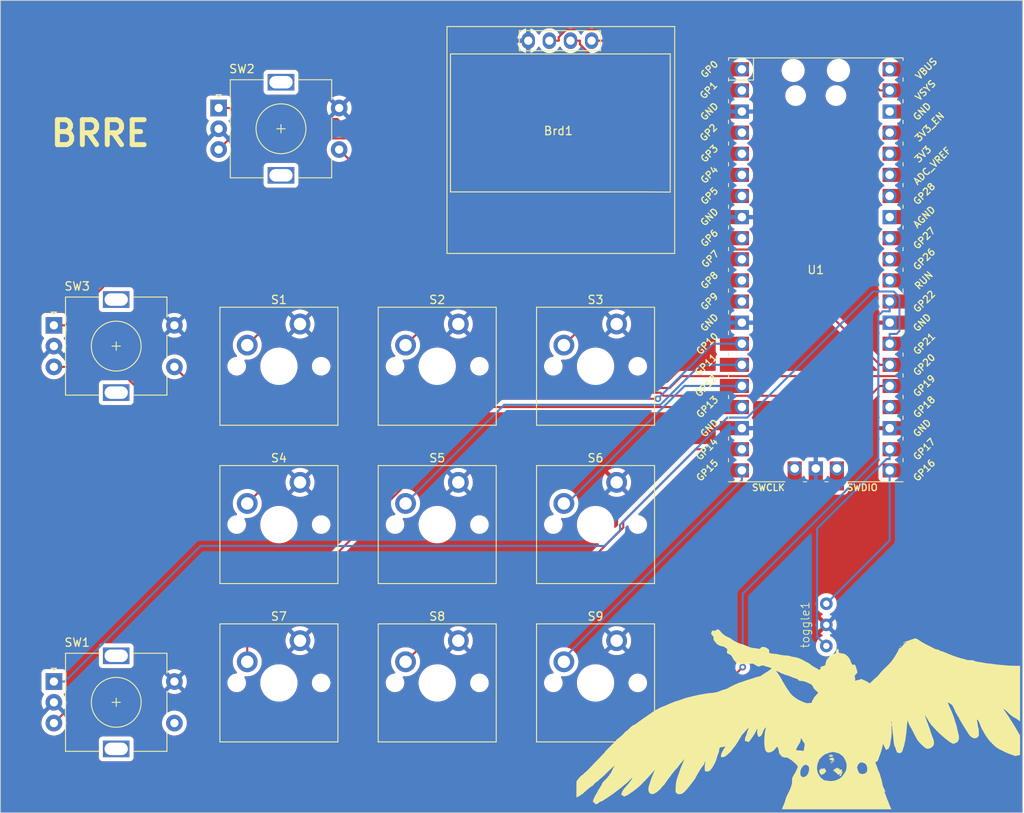
<source format=kicad_pcb>
(kicad_pcb (version 20221018) (generator pcbnew)
  (layers (0 "F.Cu" signal) (31 "B.Cu" signal) (34 "B.Paste" user) (35 "F.Paste" user) (36 "B.SilkS" user "B.Silkscreen") (37 "F.SilkS" user "F.Silkscreen") (38 "B.Mask" user) (39 "F.Mask" user) (44 "Edge.Cuts" user))
  (net 0 "")
  (net 1 "SDA")
  (net 2 "SCL")
  (net 3 "GND")
  (net 4 "+5V")
  (net 5 "S1")
  (net 6 "+3.3V")
  (net 7 "S2")
  (net 8 "S3")
  (net 9 "S4")
  (net 10 "S5")
  (net 11 "S6")
  (net 12 "S7")
  (net 13 "S8")
  (net 14 "S9")
  (net 15 "A1")
  (net 16 "B1")
  (net 17 "SW1")
  (net 18 "A2")
  (net 19 "B2")
  (net 20 "SW2")
  (net 21 "A3")
  (net 22 "B3")
  (net 23 "SW3")
  (net 24 "Toggle1")
  (net 25 "Toggle2")
  (footprint "s_MX:MX_PCB_1.00u" (layer "F.Cu") (at 129.522 98.122)
    (fp_text reference "S2" (at 0 -8) (layer "F.SilkS"))
    (fp_text value "Keyswitch")
    (pad "" np_thru_hole circle (at -5.08 0) (size 1.75 1.75) (drill 1.75) (layers "F&B.Cu" "*.Mask"))
    (pad "" np_thru_hole circle (at 0 0) (size 4 4) (drill 4) (layers "F&B.Cu" "*.Mask"))
    (pad "" np_thru_hole circle (at 5.08 0) (size 1.75 1.75) (drill 1.75) (layers "F&B.Cu" "*.Mask"))
    (pad "1" thru_hole circle (at -3.81 -2.54) (size 2.5 2.5) (drill 1.5) (layers "*.Cu" "*.Mask") (net 7 "S2"))
    (pad "2" thru_hole circle (at 2.54 -5.08) (size 2.5 2.5) (drill 1.5) (layers "*.Cu" "*.Mask") (net 3 "GND"))
  )
  (footprint "Rotary_Encoder:RotaryEncoder_Alps_EC11E-Switch_Vertical_H20mm" (layer "F.Cu") (at 83.397 136.0595)
    (fp_text reference "SW1" (at 2.8 -4.7) (layer "F.SilkS"))
    (fp_text value "RotaryEncoder_Switch")
    (pad "A" thru_hole rect (at 0 0) (size 2 2) (drill 1) (layers "*.Cu" "*.Mask") (net 15 "A1"))
    (pad "B" thru_hole circle (at 0 5) (size 2 2) (drill 1) (layers "*.Cu" "*.Mask") (net 16 "B1"))
    (pad "C" thru_hole circle (at 0 2.5) (size 2 2) (drill 1) (layers "*.Cu" "*.Mask") (net 3 "GND"))
    (pad "MP" thru_hole rect (at 7.5 -3.1) (size 3.2 2) (drill oval 2.8 1.5) (layers "*.Cu" "*.Mask"))
    (pad "MP" thru_hole rect (at 7.5 8.1) (size 3.2 2) (drill oval 2.8 1.5) (layers "*.Cu" "*.Mask"))
    (pad "S1" thru_hole circle (at 14.5 5) (size 2 2) (drill 1) (layers "*.Cu" "*.Mask") (net 17 "SW1"))
    (pad "S2" thru_hole circle (at 14.5 0) (size 2 2) (drill 1) (layers "*.Cu" "*.Mask") (net 3 "GND"))
  )
  (footprint "s_MX:MX_PCB_1.00u" (layer "F.Cu") (at 148.572 136.222)
    (fp_text reference "S9" (at 0 -8) (layer "F.SilkS"))
    (fp_text value "Keyswitch")
    (pad "" np_thru_hole circle (at -5.08 0) (size 1.75 1.75) (drill 1.75) (layers "F&B.Cu" "*.Mask"))
    (pad "" np_thru_hole circle (at 0 0) (size 4 4) (drill 4) (layers "F&B.Cu" "*.Mask"))
    (pad "" np_thru_hole circle (at 5.08 0) (size 1.75 1.75) (drill 1.75) (layers "F&B.Cu" "*.Mask"))
    (pad "1" thru_hole circle (at -3.81 -2.54) (size 2.5 2.5) (drill 1.5) (layers "*.Cu" "*.Mask") (net 14 "S9"))
    (pad "2" thru_hole circle (at 2.54 -5.08) (size 2.5 2.5) (drill 1.5) (layers "*.Cu" "*.Mask") (net 3 "GND"))
  )
  (footprint "s_MX:MX_PCB_1.00u" (layer "F.Cu") (at 148.572 117.172)
    (fp_text reference "S6" (at 0 -8) (layer "F.SilkS"))
    (fp_text value "Keyswitch")
    (pad "" np_thru_hole circle (at -5.08 0) (size 1.75 1.75) (drill 1.75) (layers "F&B.Cu" "*.Mask"))
    (pad "" np_thru_hole circle (at 0 0) (size 4 4) (drill 4) (layers "F&B.Cu" "*.Mask"))
    (pad "" np_thru_hole circle (at 5.08 0) (size 1.75 1.75) (drill 1.75) (layers "F&B.Cu" "*.Mask"))
    (pad "1" thru_hole circle (at -3.81 -2.54) (size 2.5 2.5) (drill 1.5) (layers "*.Cu" "*.Mask") (net 11 "S6"))
    (pad "2" thru_hole circle (at 2.54 -5.08) (size 2.5 2.5) (drill 1.5) (layers "*.Cu" "*.Mask") (net 3 "GND"))
  )
  (footprint "Rotary_Encoder:RotaryEncoder_Alps_EC11E-Switch_Vertical_H20mm" (layer "F.Cu") (at 103.222 67.047)
    (fp_text reference "SW2" (at 2.8 -4.7) (layer "F.SilkS"))
    (fp_text value "RotaryEncoder_Switch")
    (pad "A" thru_hole rect (at 0 0) (size 2 2) (drill 1) (layers "*.Cu" "*.Mask") (net 18 "A2"))
    (pad "B" thru_hole circle (at 0 5) (size 2 2) (drill 1) (layers "*.Cu" "*.Mask") (net 19 "B2"))
    (pad "C" thru_hole circle (at 0 2.5) (size 2 2) (drill 1) (layers "*.Cu" "*.Mask") (net 3 "GND"))
    (pad "MP" thru_hole rect (at 7.5 -3.1) (size 3.2 2) (drill oval 2.8 1.5) (layers "*.Cu" "*.Mask"))
    (pad "MP" thru_hole rect (at 7.5 8.1) (size 3.2 2) (drill oval 2.8 1.5) (layers "*.Cu" "*.Mask"))
    (pad "S1" thru_hole circle (at 14.5 5) (size 2 2) (drill 1) (layers "*.Cu" "*.Mask") (net 20 "SW2"))
    (pad "S2" thru_hole circle (at 14.5 0) (size 2 2) (drill 1) (layers "*.Cu" "*.Mask") (net 3 "GND"))
  )
  (footprint "s_MX:MX_PCB_1.00u" (layer "F.Cu") (at 110.472 117.172)
    (fp_text reference "S4" (at 0 -8) (layer "F.SilkS"))
    (fp_text value "Keyswitch")
    (pad "" np_thru_hole circle (at -5.08 0) (size 1.75 1.75) (drill 1.75) (layers "F&B.Cu" "*.Mask"))
    (pad "" np_thru_hole circle (at 0 0) (size 4 4) (drill 4) (layers "F&B.Cu" "*.Mask"))
    (pad "" np_thru_hole circle (at 5.08 0) (size 1.75 1.75) (drill 1.75) (layers "F&B.Cu" "*.Mask"))
    (pad "1" thru_hole circle (at -3.81 -2.54) (size 2.5 2.5) (drill 1.5) (layers "*.Cu" "*.Mask") (net 9 "S4"))
    (pad "2" thru_hole circle (at 2.54 -5.08) (size 2.5 2.5) (drill 1.5) (layers "*.Cu" "*.Mask") (net 3 "GND"))
  )
  (footprint "s_MX:MX_PCB_1.00u" (layer "F.Cu") (at 129.522 117.172)
    (fp_text reference "S5" (at 0 -8) (layer "F.SilkS"))
    (fp_text value "Keyswitch")
    (pad "" np_thru_hole circle (at -5.08 0) (size 1.75 1.75) (drill 1.75) (layers "F&B.Cu" "*.Mask"))
    (pad "" np_thru_hole circle (at 0 0) (size 4 4) (drill 4) (layers "F&B.Cu" "*.Mask"))
    (pad "" np_thru_hole circle (at 5.08 0) (size 1.75 1.75) (drill 1.75) (layers "F&B.Cu" "*.Mask"))
    (pad "1" thru_hole circle (at -3.81 -2.54) (size 2.5 2.5) (drill 1.5) (layers "*.Cu" "*.Mask") (net 10 "S5"))
    (pad "2" thru_hole circle (at 2.54 -5.08) (size 2.5 2.5) (drill 1.5) (layers "*.Cu" "*.Mask") (net 3 "GND"))
  )
  (footprint "s_MX:MX_PCB_1.00u" (layer "F.Cu") (at 148.572 98.122)
    (fp_text reference "S3" (at 0 -8) (layer "F.SilkS"))
    (fp_text value "Keyswitch")
    (pad "" np_thru_hole circle (at -5.08 0) (size 1.75 1.75) (drill 1.75) (layers "F&B.Cu" "*.Mask"))
    (pad "" np_thru_hole circle (at 0 0) (size 4 4) (drill 4) (layers "F&B.Cu" "*.Mask"))
    (pad "" np_thru_hole circle (at 5.08 0) (size 1.75 1.75) (drill 1.75) (layers "F&B.Cu" "*.Mask"))
    (pad "1" thru_hole circle (at -3.81 -2.54) (size 2.5 2.5) (drill 1.5) (layers "*.Cu" "*.Mask") (net 8 "S3"))
    (pad "2" thru_hole circle (at 2.54 -5.08) (size 2.5 2.5) (drill 1.5) (layers "*.Cu" "*.Mask") (net 3 "GND"))
  )
  (footprint "dsada:128x64OLED" (layer "F.Cu") (at 144.097 69.547)
    (fp_text reference "Brd1" (at 0 0.254) (layer "F.SilkS"))
    (fp_text value "SSD1306")
    (pad "1" thru_hole oval (at -3.62 -10.6 90) (size 2 1.6) (drill 1) (layers "*.Cu" "*.Mask") (net 3 "GND"))
    (pad "2" thru_hole oval (at -1.08 -10.6 90) (size 2 1.6) (drill 1) (layers "*.Cu" "*.Mask") (net 4 "+5V"))
    (pad "3" thru_hole oval (at 1.46 -10.6 90) (size 2 1.6) (drill 1) (layers "*.Cu" "*.Mask") (net 2 "SCL"))
    (pad "4" thru_hole oval (at 4 -10.6 90) (size 2 1.6) (drill 1) (layers "*.Cu" "*.Mask") (net 1 "SDA"))
  )
  (footprint "s_MX:MX_PCB_1.00u" (layer "F.Cu") (at 129.522 136.222)
    (fp_text reference "S8" (at 0 -8) (layer "F.SilkS"))
    (fp_text value "Keyswitch")
    (pad "" np_thru_hole circle (at -5.08 0) (size 1.75 1.75) (drill 1.75) (layers "F&B.Cu" "*.Mask"))
    (pad "" np_thru_hole circle (at 0 0) (size 4 4) (drill 4) (layers "F&B.Cu" "*.Mask"))
    (pad "" np_thru_hole circle (at 5.08 0) (size 1.75 1.75) (drill 1.75) (layers "F&B.Cu" "*.Mask"))
    (pad "1" thru_hole circle (at -3.81 -2.54) (size 2.5 2.5) (drill 1.5) (layers "*.Cu" "*.Mask") (net 13 "S8"))
    (pad "2" thru_hole circle (at 2.54 -5.08) (size 2.5 2.5) (drill 1.5) (layers "*.Cu" "*.Mask") (net 3 "GND"))
  )
  (footprint "s_MX:MX_PCB_1.00u" (layer "F.Cu") (at 110.472 136.222)
    (fp_text reference "S7" (at 0 -8) (layer "F.SilkS"))
    (fp_text value "Keyswitch")
    (pad "" np_thru_hole circle (at -5.08 0) (size 1.75 1.75) (drill 1.75) (layers "F&B.Cu" "*.Mask"))
    (pad "" np_thru_hole circle (at 0 0) (size 4 4) (drill 4) (layers "F&B.Cu" "*.Mask"))
    (pad "" np_thru_hole circle (at 5.08 0) (size 1.75 1.75) (drill 1.75) (layers "F&B.Cu" "*.Mask"))
    (pad "1" thru_hole circle (at -3.81 -2.54) (size 2.5 2.5) (drill 1.5) (layers "*.Cu" "*.Mask") (net 12 "S7"))
    (pad "2" thru_hole circle (at 2.54 -5.08) (size 2.5 2.5) (drill 1.5) (layers "*.Cu" "*.Mask") (net 3 "GND"))
  )
  (footprint "Button_Switch_THT:Toggle on-off-on" (layer "F.Cu") (at 176.342 129.237 90)
    (fp_text reference "toggle1" (at 0 -2.54 90 unlocked) (layer "F.SilkS") (effects (font (thickness 0.1))))
    (fp_text value "~")
    (pad "1" thru_hole circle (at -2.54 0 90) (size 1.524 1.524) (drill 0.762) (layers "*.Cu" "*.Mask") (net 24 "Toggle1"))
    (pad "2" thru_hole circle (at 2.54 0 90) (size 1.524 1.524) (drill 0.762) (layers "*.Cu" "*.Mask") (net 25 "Toggle2"))
    (pad "3" thru_hole circle (at 0 0 90) (size 1.524 1.524) (drill 0.762) (layers "*.Cu" "*.Mask") (net 3 "GND"))
  )
  (footprint "s_components:PCBimage3" (layer "F.Cu") (at 172.945613 136.423252)
    (fp_text reference "G***" hide)
    (fp_text value "LOGO" hide)
  )
  (footprint "s_MX:MX_PCB_1.00u" (layer "F.Cu") (at 110.472 98.122)
    (fp_text reference "S1" (at 0 -8) (layer "F.SilkS"))
    (fp_text value "Keyswitch")
    (pad "" np_thru_hole circle (at -5.08 0) (size 1.75 1.75) (drill 1.75) (layers "F&B.Cu" "*.Mask"))
    (pad "" np_thru_hole circle (at 0 0) (size 4 4) (drill 4) (layers "F&B.Cu" "*.Mask"))
    (pad "" np_thru_hole circle (at 5.08 0) (size 1.75 1.75) (drill 1.75) (layers "F&B.Cu" "*.Mask"))
    (pad "1" thru_hole circle (at -3.81 -2.54) (size 2.5 2.5) (drill 1.5) (layers "*.Cu" "*.Mask") (net 5 "S1"))
    (pad "2" thru_hole circle (at 2.54 -5.08) (size 2.5 2.5) (drill 1.5) (layers "*.Cu" "*.Mask") (net 3 "GND"))
  )
  (footprint "MCU_RaspberryPi_and_Boards:RPi_Pico_SMD_TH" (layer "F.Cu") (at 175.072 86.522)
    (fp_text reference "U1" (at 0 0) (layer "F.SilkS"))
    (fp_text value "Pico")
    (fp_text user "GND" (at -12.8 19.05 45) (layer "F.SilkS") (effects (font (size 0.8 0.8))))
    (fp_text user "GP13" (at -13.054 16.51 45) (layer "F.SilkS") (effects (font (size 0.8 0.8))))
    (fp_text user "GP12" (at -13.2 13.97 45) (layer "F.SilkS") (effects (font (size 0.8 0.8))))
    (fp_text user "GP0" (at -12.8 -24.13 45) (layer "F.SilkS") (effects (font (size 0.8 0.8))))
    (fp_text user "3V3" (at 12.9 -13.9 45) (layer "F.SilkS") (effects (font (size 0.8 0.8))))
    (fp_text user "GND" (at -12.8 -19.05 45) (layer "F.SilkS") (effects (font (size 0.8 0.8))))
    (fp_text user "GP20" (at 13.054 11.43 45) (layer "F.SilkS") (effects (font (size 0.8 0.8))))
    (fp_text user "GP9" (at -12.8 3.81 45) (layer "F.SilkS") (effects (font (size 0.8 0.8))))
    (fp_text user "GP22" (at 13.054 3.81 45) (layer "F.SilkS") (effects (font (size 0.8 0.8))))
    (fp_text user "GP26" (at 13.054 -1.27 45) (layer "F.SilkS") (effects (font (size 0.8 0.8))))
    (fp_text user "GP6" (at -12.8 -3.81 45) (layer "F.SilkS") (effects (font (size 0.8 0.8))))
    (fp_text user "GP11" (at -13.2 11.43 45) (layer "F.SilkS") (effects (font (size 0.8 0.8))))
    (fp_text user "GP8" (at -12.8 1.27 45) (layer "F.SilkS") (effects (font (size 0.8 0.8))))
    (fp_text user "GP10" (at -13.054 8.89 45) (layer "F.SilkS") (effects (font (size 0.8 0.8))))
    (fp_text user "GND" (at 12.8 6.35 45) (layer "F.SilkS") (effects (font (size 0.8 0.8))))
    (fp_text user "SWDIO" (at 5.6 26.2) (layer "F.SilkS") (effects (font (size 0.8 0.8))))
    (fp_text user "GND" (at -12.8 -6.35 45) (layer "F.SilkS") (effects (font (size 0.8 0.8))))
    (fp_text user "GP28" (at 13.054 -9.144 45) (layer "F.SilkS") (effects (font (size 0.8 0.8))))
    (fp_text user "GP27" (at 13.054 -3.8 45) (layer "F.SilkS") (effects (font (size 0.8 0.8))))
    (fp_text user "3V3_EN" (at 13.7 -17.2 45) (layer "F.SilkS") (effects (font (size 0.8 0.8))))
    (fp_text user "GND" (at 12.8 19.05 45) (layer "F.SilkS") (effects (font (size 0.8 0.8))))
    (fp_text user "GP2" (at -12.9 -16.51 45) (layer "F.SilkS") (effects (font (size 0.8 0.8))))
    (fp_text user "GND" (at 12.8 -19.05 45) (layer "F.SilkS") (effects (font (size 0.8 0.8))))
    (fp_text user "GND" (at -12.8 6.35 45) (layer "F.SilkS") (effects (font (size 0.8 0.8))))
    (fp_text user "GP15" (at -13.054 24.13 45) (layer "F.SilkS") (effects (font (size 0.8 0.8))))
    (fp_text user "SWCLK" (at -5.7 26.2) (layer "F.SilkS") (effects (font (size 0.8 0.8))))
    (fp_text user "RUN" (at 13 1.27 45) (layer "F.SilkS") (effects (font (size 0.8 0.8))))
    (fp_text user "GP19" (at 13.054 13.97 45) (layer "F.SilkS") (effects (font (size 0.8 0.8))))
    (fp_text user "VBUS" (at 13.3 -24.2 45) (layer "F.SilkS") (effects (font (size 0.8 0.8))))
    (fp_text user "AGND" (at 13.054 -6.35 45) (layer "F.SilkS") (effects (font (size 0.8 0.8))))
    (fp_text user "GP5" (at -12.8 -8.89 45) (layer "F.SilkS") (effects (font (size 0.8 0.8))))
    (fp_text user "GP4" (at -12.8 -11.43 45) (layer "F.SilkS") (effects (font (size 0.8 0.8))))
    (fp_text user "GP1" (at -12.9 -21.6 45) (layer "F.SilkS") (effects (font (size 0.8 0.8))))
    (fp_text user "GP7" (at -12.7 -1.3 45) (layer "F.SilkS") (effects (font (size 0.8 0.8))))
    (fp_text user "GP3" (at -12.8 -13.97 45) (layer "F.SilkS") (effects (font (size 0.8 0.8))))
    (fp_text user "GP17" (at 13.054 21.59 45) (layer "F.SilkS") (effects (font (size 0.8 0.8))))
    (fp_text user "GP18" (at 13.054 16.51 45) (layer "F.SilkS") (effects (font (size 0.8 0.8))))
    (fp_text user "GP21" (at 13.054 8.9 45) (layer "F.SilkS") (effects (font (size 0.8 0.8))))
    (fp_text user "GP16" (at 13.054 24.13 45) (layer "F.SilkS") (effects (font (size 0.8 0.8))))
    (fp_text user "VSYS" (at 13.2 -21.59 45) (layer "F.SilkS") (effects (font (size 0.8 0.8))))
    (fp_text user "GP14" (at -13.1 21.59 45) (layer "F.SilkS") (effects (font (size 0.8 0.8))))
    (fp_text user "ADC_VREF" (at 14 -12.5 45) (layer "F.SilkS") (effects (font (size 0.8 0.8))))
    (pad "" np_thru_hole oval (at -2.725 -24) (size 1.8 1.8) (drill 1.8) (layers "F&B.Cu" "*.Mask"))
    (pad "" np_thru_hole oval (at -2.425 -20.97) (size 1.5 1.5) (drill 1.5) (layers "F&B.Cu" "*.Mask"))
    (pad "" np_thru_hole oval (at 2.425 -20.97) (size 1.5 1.5) (drill 1.5) (layers "F&B.Cu" "*.Mask"))
    (pad "" np_thru_hole oval (at 2.725 -24) (size 1.8 1.8) (drill 1.8) (layers "F&B.Cu" "*.Mask"))
    (pad "1" thru_hole oval (at -8.89 -24.13) (size 1.7 1.7) (drill 1.02) (layers "*.Cu" "*.Mask") (net 1 "SDA"))
    (pad "1" smd rect (at -8.89 -24.13) (size 3.5 1.7) (drill (offset -0.9 0)) (layers "F.Cu" "F.Mask") (net 1 "SDA"))
    (pad "2" thru_hole oval (at -8.89 -21.59) (size 1.7 1.7) (drill 1.02) (layers "*.Cu" "*.Mask") (net 2 "SCL"))
    (pad "2" smd rect (at -8.89 -21.59) (size 3.5 1.7) (drill (offset -0.9 0)) (layers "F.Cu" "F.Mask") (net 2 "SCL"))
    (pad "3" thru_hole rect (at -8.89 -19.05) (size 1.7 1.7) (drill 1.02) (layers "*.Cu" "*.Mask") (net 3 "GND"))
    (pad "3" smd rect (at -8.89 -19.05) (size 3.5 1.7) (drill (offset -0.9 0)) (layers "F.Cu" "F.Mask") (net 3 "GND"))
    (pad "4" thru_hole oval (at -8.89 -16.51) (size 1.7 1.7) (drill 1.02) (layers "*.Cu" "*.Mask"))
    (pad "4" smd rect (at -8.89 -16.51) (size 3.5 1.7) (drill (offset -0.9 0)) (layers "F.Cu" "F.Mask"))
    (pad "5" thru_hole oval (at -8.89 -13.97) (size 1.7 1.7) (drill 1.02) (layers "*.Cu" "*.Mask") (net 18 "A2"))
    (pad "5" smd rect (at -8.89 -13.97) (size 3.5 1.7) (drill (offset -0.9 0)) (layers "F.Cu" "F.Mask") (net 18 "A2"))
    (pad "6" thru_hole oval (at -8.89 -11.43) (size 1.7 1.7) (drill 1.02) (layers "*.Cu" "*.Mask") (net 19 "B2"))
    (pad "6" smd rect (at -8.89 -11.43) (size 3.5 1.7) (drill (offset -0.9 0)) (layers "F.Cu" "F.Mask") (net 19 "B2"))
    (pad "7" thru_hole oval (at -8.89 -8.89) (size 1.7 1.7) (drill 1.02) (layers "*.Cu" "*.Mask") (net 20 "SW2"))
    (pad "7" smd rect (at -8.89 -8.89) (size 3.5 1.7) (drill (offset -0.9 0)) (layers "F.Cu" "F.Mask") (net 20 "SW2"))
    (pad "8" thru_hole rect (at -8.89 -6.35) (size 1.7 1.7) (drill 1.02) (layers "*.Cu" "*.Mask") (net 3 "GND"))
    (pad "8" smd rect (at -8.89 -6.35) (size 3.5 1.7) (drill (offset -0.9 0)) (layers "F.Cu" "F.Mask") (net 3 "GND"))
    (pad "9" thru_hole oval (at -8.89 -3.81) (size 1.7 1.7) (drill 1.02) (layers "*.Cu" "*.Mask"))
    (pad "9" smd rect (at -8.89 -3.81) (size 3.5 1.7) (drill (offset -0.9 0)) (layers "F.Cu" "F.Mask"))
    (pad "10" thru_hole oval (at -8.89 -1.27) (size 1.7 1.7) (drill 1.02) (layers "*.Cu" "*.Mask") (net 5 "S1"))
    (pad "10" smd rect (at -8.89 -1.27) (size 3.5 1.7) (drill (offset -0.9 0)) (layers "F.Cu" "F.Mask") (net 5 "S1"))
    (pad "11" thru_hole oval (at -8.89 1.27) (size 1.7 1.7) (drill 1.02) (layers "*.Cu" "*.Mask") (net 7 "S2"))
    (pad "11" smd rect (at -8.89 1.27) (size 3.5 1.7) (drill (offset -0.9 0)) (layers "F.Cu" "F.Mask") (net 7 "S2"))
    (pad "12" thru_hole oval (at -8.89 3.81) (size 1.7 1.7) (drill 1.02) (layers "*.Cu" "*.Mask") (net 8 "S3"))
    (pad "12" smd rect (at -8.89 3.81) (size 3.5 1.7) (drill (offset -0.9 0)) (layers "F.Cu" "F.Mask") (net 8 "S3"))
    (pad "13" thru_hole rect (at -8.89 6.35) (size 1.7 1.7) (drill 1.02) (layers "*.Cu" "*.Mask") (net 3 "GND"))
    (pad "13" smd rect (at -8.89 6.35) (size 3.5 1.7) (drill (offset -0.9 0)) (layers "F.Cu" "F.Mask") (net 3 "GND"))
    (pad "14" thru_hole oval (at -8.89 8.89) (size 1.7 1.7) (drill 1.02) (layers "*.Cu" "*.Mask") (net 9 "S4"))
    (pad "14" smd rect (at -8.89 8.89) (size 3.5 1.7) (drill (offset -0.9 0)) (layers "F.Cu" "F.Mask") (net 9 "S4"))
    (pad "15" thru_hole oval (at -8.89 11.43) (size 1.7 1.7) (drill 1.02) (layers "*.Cu" "*.Mask") (net 10 "S5"))
    (pad "15" smd rect (at -8.89 11.43) (size 3.5 1.7) (drill (offset -0.9 0)) (layers "F.Cu" "F.Mask") (net 10 "S5"))
    (pad "16" thru_hole oval (at -8.89 13.97) (size 1.7 1.7) (drill 1.02) (layers "*.Cu" "*.Mask") (net 11 "S6"))
    (pad "16" smd rect (at -8.89 13.97) (size 3.5 1.7) (drill (offset -0.9 0)) (layers "F.Cu" "F.Mask") (net 11 "S6"))
    (pad "17" thru_hole oval (at -8.89 16.51) (size 1.7 1.7) (drill 1.02) (layers "*.Cu" "*.Mask") (net 12 "S7"))
    (pad "17" smd rect (at -8.89 16.51) (size 3.5 1.7) (drill (offset -0.9 0)) (layers "F.Cu" "F.Mask") (net 12 "S7"))
    (pad "18" thru_hole rect (at -8.89 19.05) (size 1.7 1.7) (drill 1.02) (layers "*.Cu" "*.Mask") (net 3 "GND"))
    (pad "18" smd rect (at -8.89 19.05) (size 3.5 1.7) (drill (offset -0.9 0)) (layers "F.Cu" "F.Mask") (net 3 "GND"))
    (pad "19" thru_hole oval (at -8.89 21.59) (size 1.7 1.7) (drill 1.02) (layers "*.Cu" "*.Mask") (net 13 "S8"))
    (pad "19" smd rect (at -8.89 21.59) (size 3.5 1.7) (drill (offset -0.9 0)) (layers "F.Cu" "F.Mask") (net 13 "S8"))
    (pad "20" thru_hole oval (at -8.89 24.13) (size 1.7 1.7) (drill 1.02) (layers "*.Cu" "*.Mask") (net 14 "S9"))
    (pad "20" smd rect (at -8.89 24.13) (size 3.5 1.7) (drill (offset -0.9 0)) (layers "F.Cu" "F.Mask") (net 14 "S9"))
    (pad "21" thru_hole oval (at 8.89 24.13) (size 1.7 1.7) (drill 1.02) (layers "*.Cu" "*.Mask") (net 25 "Toggle2"))
    (pad "21" smd rect (at 8.89 24.13) (size 3.5 1.7) (drill (offset 0.9 0)) (layers "F.Cu" "F.Mask") (net 25 "Toggle2"))
    (pad "22" thru_hole oval (at 8.89 21.59) (size 1.7 1.7) (drill 1.02) (layers "*.Cu" "*.Mask") (net 24 "Toggle1"))
    (pad "22" smd rect (at 8.89 21.59) (size 3.5 1.7) (drill (offset 0.9 0)) (layers "F.Cu" "F.Mask") (net 24 "Toggle1"))
    (pad "23" thru_hole rect (at 8.89 19.05) (size 1.7 1.7) (drill 1.02) (layers "*.Cu" "*.Mask") (net 3 "GND"))
    (pad "23" smd rect (at 8.89 19.05) (size 3.5 1.7) (drill (offset 0.9 0)) (layers "F.Cu" "F.Mask") (net 3 "GND"))
    (pad "24" thru_hole oval (at 8.89 16.51) (size 1.7 1.7) (drill 1.02) (layers "*.Cu" "*.Mask") (net 23 "SW3"))
    (pad "24" smd rect (at 8.89 16.51) (size 3.5 1.7) (drill (offset 0.9 0)) (layers "F.Cu" "F.Mask") (net 23 "SW3"))
    (pad "25" thru_hole oval (at 8.89 13.97) (size 1.7 1.7) (drill 1.02) (layers "*.Cu" "*.Mask") (net 22 "B3"))
    (pad "25" smd rect (at 8.89 13.97) (size 3.5 1.7) (drill (offset 0.9 0)) (layers "F.Cu" "F.Mask") (net 22 "B3"))
    (pad "26" thru_hole oval (at 8.89 11.43) (size 1.7 1.7) (drill 1.02) (layers "*.Cu" "*.Mask") (net 21 "A3"))
    (pad "26" smd rect (at 8.89 11.43) (size 3.5 1.7) (drill (offset 0.9 0)) (layers "F.Cu" "F.Mask") (net 21 "A3"))
    (pad "27" thru_hole oval (at 8.89 8.89) (size 1.7 1.7) (drill 1.02) (layers "*.Cu" "*.Mask") (net 15 "A1"))
    (pad "27" smd rect (at 8.89 8.89) (size 3.5 1.7) (drill (offset 0.9 0)) (layers "F.Cu" "F.Mask") (net 15 "A1"))
    (pad "28" thru_hole rect (at 8.89 6.35) (size 1.7 1.7) (drill 1.02) (layers "*.Cu" "*.Mask") (net 3 "GND"))
    (pad "28" smd rect (at 8.89 6.35) (size 3.5 1.7) (drill (offset 0.9 0)) (layers "F.Cu" "F.Mask") (net 3 "GND"))
    (pad "29" thru_hole oval (at 8.89 3.81) (size 1.7 1.7) (drill 1.02) (layers "*.Cu" "*.Mask") (net 16 "B1"))
    (pad "29" smd rect (at 8.89 3.81) (size 3.5 1.7) (drill (offset 0.9 0)) (layers "F.Cu" "F.Mask") (net 16 "B1"))
    (pad "30" thru_hole oval (at 8.89 1.27) (size 1.7 1.7) (drill 1.02) (layers "*.Cu" "*.Mask"))
    (pad "30" smd rect (at 8.89 1.27) (size 3.5 1.7) (drill (offset 0.9 0)) (layers "F.Cu" "F.Mask"))
    (pad "31" thru_hole oval (at 8.89 -1.27) (size 1.7 1.7) (drill 1.02) (layers "*.Cu" "*.Mask"))
    (pad "31" smd rect (at 8.89 -1.27) (size 3.5 1.7) (drill (offset 0.9 0)) (layers "F.Cu" "F.Mask"))
    (pad "32" thru_hole oval (at 8.89 -3.81) (size 1.7 1.7) (drill 1.02) (layers "*.Cu" "*.Mask"))
    (pad "32" smd rect (at 8.89 -3.81) (size 3.5 1.7) (drill (offset 0.9 0)) (layers "F.Cu" "F.Mask"))
    (pad "33" thru_hole rect (at 8.89 -6.35) (size 1.7 1.7) (drill 1.02) (layers "*.Cu" "*.Mask"))
    (pad "33" smd rect (at 8.89 -6.35) (size 3.5 1.7) (drill (offset 0.9 0)) (layers "F.Cu" "F.Mask"))
    (pad "34" thru_hole oval (at 8.89 -8.89) (size 1.7 1.7) (drill 1.02) (layers "*.Cu" "*.Mask"))
    (pad "34" smd rect (at 8.89 -8.89) (size 3.5 1.7) (drill (offset 0.9 0)) (layers "F.Cu" "F.Mask"))
    (pad "35" thru_hole oval (at 8.89 -11.43) (size 1.7 1.7) (drill 1.02) (layers "*.Cu" "*.Mask"))
    (pad "35" smd rect (at 8.89 -11.43) (size 3.5 1.7) (drill (offset 0.9 0)) (layers "F.Cu" "F.Mask"))
    (pad "36" thru_hole oval (at 8.89 -13.97) (size 1.7 1.7) (drill 1.02) (layers "*.Cu" "*.Mask") (net 6 "+3.3V"))
    (pad "36" smd rect (at 8.89 -13.97) (size 3.5 1.7) (drill (offset 0.9 0)) (layers "F.Cu" "F.Mask") (net 6 "+3.3V"))
    (pad "37" thru_hole oval (at 8.89 -16.51) (size 1.7 1.7) (drill 1.02) (layers "*.Cu" "*.Mask"))
    (pad "37" smd rect (at 8.89 -16.51) (size 3.5 1.7) (drill (offset 0.9 0)) (layers "F.Cu" "F.Mask"))
    (pad "38" thru_hole rect (at 8.89 -19.05) (size 1.7 1.7) (drill 1.02) (layers "*.Cu" "*.Mask"))
    (pad "38" smd rect (at 8.89 -19.05) (size 3.5 1.7) (drill (offset 0.9 0)) (layers "F.Cu" "F.Mask"))
    (pad "39" thru_hole oval (at 8.89 -21.59) (size 1.7 1.7) (drill 1.02) (layers "*.Cu" "*.Mask") (net 4 "+5V"))
    (pad "39" smd rect (at 8.89 -21.59) (size 3.5 1.7) (drill (offset 0.9 0)) (layers "F.Cu" "F.Mask") (net 4 "+5V"))
    (pad "40" thru_hole oval (at 8.89 -24.13) (size 1.7 1.7) (drill 1.02) (layers "*.Cu" "*.Mask"))
    (pad "40" smd rect (at 8.89 -24.13) (size 3.5 1.7) (drill (offset 0.9 0)) (layers "F.Cu" "F.Mask"))
    (pad "41" thru_hole oval (at -2.54 23.9) (size 1.7 1.7) (drill 1.02) (layers "*.Cu" "*.Mask"))
    (pad "41" smd rect (at -2.54 23.9 90) (size 3.5 1.7) (drill (offset -0.9 0)) (layers "F.Cu" "F.Mask"))
    (pad "42" thru_hole rect (at 0 23.9) (size 1.7 1.7) (drill 1.02) (layers "*.Cu" "*.Mask") (net 3 "GND"))
    (pad "42" smd rect (at 0 23.9 90) (size 3.5 1.7) (drill (offset -0.9 0)) (layers "F.Cu" "F.Mask") (net 3 "GND"))
    (pad "43" thru_hole oval (at 2.54 23.9) (size 1.7 1.7) (drill 1.02) (layers "*.Cu" "*.Mask"))
    (pad "43" smd rect (at 2.54 23.9 90) (size 3.5 1.7) (drill (offset -0.9 0)) (layers "F.Cu" "F.Mask"))
  )
  (footprint "Rotary_Encoder:RotaryEncoder_Alps_EC11E-Switch_Vertical_H20mm" (layer "F.Cu") (at 83.397 93.197)
    (fp_text reference "SW3" (at 2.8 -4.7) (layer "F.SilkS"))
    (fp_text value "RotaryEncoder_Switch")
    (pad "A" thru_hole rect (at 0 0) (size 2 2) (drill 1) (layers "*.Cu" "*.Mask") (net 21 "A3"))
    (pad "B" thru_hole circle (at 0 5) (size 2 2) (drill 1) (layers "*.Cu" "*.Mask") (net 22 "B3"))
    (pad "C" thru_hole circle (at 0 2.5) (size 2 2) (drill 1) (layers "*.Cu" "*.Mask") (net 3 "GND"))
    (pad "MP" thru_hole rect (at 7.5 -3.1) (size 3.2 2) (drill oval 2.8 1.5) (layers "*.Cu" "*.Mask"))
    (pad "MP" thru_hole rect (at 7.5 8.1) (size 3.2 2) (drill oval 2.8 1.5) (layers "*.Cu" "*.Mask"))
    (pad "S1" thru_hole circle (at 14.5 5) (size 2 2) (drill 1) (layers "*.Cu" "*.Mask") (net 23 "SW3"))
    (pad "S2" thru_hole circle (at 14.5 0) (size 2 2) (drill 1) (layers "*.Cu" "*.Mask") (net 3 "GND"))
  )
  (gr_rect (start 76.962 54.102) (end 199.962 151.852) (stroke (width 0.1)) (fill none) (layer "Edge.Cuts"))
  (gr_text "BRRE" (at 82.712 71.852) (layer "F.SilkS") (effects (font (size 3 3) (thickness 0.6) bold) (justify left bottom)))
  (segment (start 163.205 62.392) (end 159.76 58.947) (width 0.25) (layer "F.Cu") (net 1))
  (segment (start 159.76 58.947) (end 148.097 58.947) (width 0.25) (layer "F.Cu") (net 1))
  (segment (start 166.182 62.392) (end 163.205 62.392) (width 0.25) (layer "F.Cu") (net 1))
  (segment (start 146.684 59.3639) (end 152.252 64.932) (width 0.25) (layer "F.Cu") (net 2))
  (segment (start 152.252 64.932) (end 166.182 64.932) (width 0.25) (layer "F.Cu") (net 2))
  (segment (start 146.684 58.947) (end 146.684 59.3639) (width 0.25) (layer "F.Cu") (net 2))
  (segment (start 145.557 58.947) (end 146.684 58.947) (width 0.25) (layer "F.Cu") (net 2))
  (segment (start 144.144 58.947) (end 143.017 58.947) (width 0.25) (layer "F.Cu") (net 4))
  (segment (start 175.466 57.6127) (end 145.056 57.6127) (width 0.25) (layer "F.Cu") (net 4))
  (segment (start 145.056 57.6127) (end 144.144 58.5244) (width 0.25) (layer "F.Cu") (net 4))
  (segment (start 183.962 64.932) (end 182.785 64.932) (width 0.25) (layer "F.Cu") (net 4))
  (segment (start 182.785 64.932) (end 175.466 57.6127) (width 0.25) (layer "F.Cu") (net 4))
  (segment (start 144.144 58.5244) (end 144.144 58.947) (width 0.25) (layer "F.Cu") (net 4))
  (segment (start 106.662 95.582) (end 116.992 85.252) (width 0.25) (layer "F.Cu") (net 5))
  (segment (start 116.992 85.252) (end 166.182 85.252) (width 0.25) (layer "F.Cu") (net 5))
  (segment (start 166.182 87.792) (end 133.502 87.792) (width 0.25) (layer "F.Cu") (net 7))
  (segment (start 133.502 87.792) (end 125.712 95.582) (width 0.25) (layer "F.Cu") (net 7))
  (segment (start 150.012 90.332) (end 144.762 95.582) (width 0.25) (layer "F.Cu") (net 8))
  (segment (start 166.182 90.332) (end 150.012 90.332) (width 0.25) (layer "F.Cu") (net 8))
  (segment (start 156.07 102.034) (end 119.26 102.034) (width 0.25) (layer "F.Cu") (net 9))
  (segment (start 119.26 102.034) (end 106.662 114.632) (width 0.25) (layer "F.Cu") (net 9))
  (via (at 156.07 102.034) (size 0.8) (drill 0.4) (layers "F.Cu" "B.Cu") (net 9))
  (segment (start 162.692 95.412) (end 156.07 102.034) (width 0.25) (layer "B.Cu") (net 9))
  (segment (start 166.182 95.412) (end 162.692 95.412) (width 0.25) (layer "B.Cu") (net 9))
  (segment (start 137.583 102.761) (end 156.371 102.761) (width 0.25) (layer "B.Cu") (net 10))
  (segment (start 156.371 102.761) (end 161.18 97.952) (width 0.25) (layer "B.Cu") (net 10))
  (segment (start 125.712 114.632) (end 137.583 102.761) (width 0.25) (layer "B.Cu") (net 10))
  (segment (start 161.18 97.952) (end 166.182 97.952) (width 0.25) (layer "B.Cu") (net 10))
  (segment (start 145.139 114.632) (end 159.279 100.492) (width 0.25) (layer "B.Cu") (net 11))
  (segment (start 144.762 114.632) (end 145.139 114.632) (width 0.25) (layer "B.Cu") (net 11))
  (segment (start 159.279 100.492) (end 166.182 100.492) (width 0.25) (layer "B.Cu") (net 11))
  (segment (start 106.662 131.438) (end 106.662 133.682) (width 0.25) (layer "F.Cu") (net 12))
  (segment (start 135.068 103.032) (end 106.662 131.438) (width 0.25) (layer "F.Cu") (net 12))
  (segment (start 166.182 103.032) (end 135.068 103.032) (width 0.25) (layer "F.Cu") (net 12))
  (segment (start 151.908 117.532) (end 151.908 116.811) (width 0.25) (layer "F.Cu") (net 13))
  (segment (start 144.415 125.025) (end 151.908 117.532) (width 0.25) (layer "F.Cu") (net 13))
  (segment (start 125.712 133.682) (end 134.369 125.025) (width 0.25) (layer "F.Cu") (net 13))
  (segment (start 160.607 108.112) (end 166.182 108.112) (width 0.25) (layer "F.Cu") (net 13))
  (segment (start 134.369 125.025) (end 144.415 125.025) (width 0.25) (layer "F.Cu") (net 13))
  (segment (start 151.908 116.811) (end 160.607 108.112) (width 0.25) (layer "F.Cu") (net 13))
  (segment (start 144.762 133.249) (end 144.762 133.682) (width 0.25) (layer "B.Cu") (net 14))
  (segment (start 166.182 110.652) (end 166.182 111.829) (width 0.25) (layer "B.Cu") (net 14))
  (segment (start 166.182 111.829) (end 144.762 133.249) (width 0.25) (layer "B.Cu") (net 14))
  (segment (start 84.7239 136.0595) (end 101.0345 119.7489) (width 0.25) (layer "B.Cu") (net 15))
  (segment (start 181.9868 89.1274) (end 184.4514 89.1274) (width 0.25) (layer "B.Cu") (net 15))
  (segment (start 151.5152 117.8731) (end 151.5152 117.2101) (width 0.25) (layer "B.Cu") (net 15))
  (segment (start 184.7943 94.2351) (end 183.962 94.2351) (width 0.25) (layer "B.Cu") (net 15))
  (segment (start 164.4233 104.302) (end 166.8122 104.302) (width 0.25) (layer "B.Cu") (net 15))
  (segment (start 185.1464 93.883) (end 184.7943 94.2351) (width 0.25) (layer "B.Cu") (net 15))
  (segment (start 151.5152 117.2101) (end 164.4233 104.302) (width 0.25) (layer "B.Cu") (net 15))
  (segment (start 183.962 95.412) (end 183.962 94.2351) (width 0.25) (layer "B.Cu") (net 15))
  (segment (start 185.1464 89.8224) (end 185.1464 93.883) (width 0.25) (layer "B.Cu") (net 15))
  (segment (start 184.4514 89.1274) (end 185.1464 89.8224) (width 0.25) (layer "B.Cu") (net 15))
  (segment (start 149.6394 119.7489) (end 151.5152 117.8731) (width 0.25) (layer "B.Cu") (net 15))
  (segment (start 83.397 136.0595) (end 84.7239 136.0595) (width 0.25) (layer "B.Cu") (net 15))
  (segment (start 101.0345 119.7489) (end 149.6394 119.7489) (width 0.25) (layer "B.Cu") (net 15))
  (segment (start 166.8122 104.302) (end 181.9868 89.1274) (width 0.25) (layer "B.Cu") (net 15))
  (segment (start 83.397 141.0595) (end 83.3972 141.0597) (width 0.25) (layer "F.Cu") (net 16))
  (segment (start 83.3972 141.0597) (end 83.397 141.06) (width 0.25) (layer "F.Cu") (net 16))
  (segment (start 161.739 138.864) (end 85.5929 138.864) (width 0.25) (layer "F.Cu") (net 16))
  (segment (start 85.5929 138.864) (end 83.3972 141.0597) (width 0.25) (layer "F.Cu") (net 16))
  (segment (start 166.282 134.321) (end 161.739 138.864) (width 0.25) (layer "F.Cu") (net 16))
  (via (at 166.282 134.321) (size 0.8) (drill 0.4) (layers "F.Cu" "B.Cu") (net 16))
  (segment (start 182.597 92.0412) (end 182.597 109.182) (width 0.25) (layer "B.Cu") (net 16))
  (segment (start 183.962 90.332) (end 183.962 91.5089) (width 0.25) (layer "B.Cu") (net 16))
  (segment (start 183.13 91.5089) (end 182.597 92.0412) (width 0.25) (layer "B.Cu") (net 16))
  (segment (start 183.962 91.5089) (end 183.13 91.5089) (width 0.25) (layer "B.Cu") (net 16))
  (segment (start 166.282 125.498) (end 166.282 134.321) (width 0.25) (layer "B.Cu") (net 16))
  (segment (start 182.597 109.182) (end 166.282 125.498) (width 0.25) (layer "B.Cu") (net 16))
  (segment (start 104.549 67.047) (end 105.876 68.3739) (width 0.25) (layer "F.Cu") (net 18))
  (segment (start 103.222 67.047) (end 104.549 67.047) (width 0.25) (layer "F.Cu") (net 18))
  (segment (start 121.671 72.552) (end 166.182 72.552) (width 0.25) (layer "F.Cu") (net 18))
  (segment (start 105.876 68.3739) (end 117.493 68.3739) (width 0.25) (layer "F.Cu") (net 18))
  (segment (start 117.493 68.3739) (end 121.671 72.552) (width 0.25) (layer "F.Cu") (net 18))
  (segment (start 119.187 70.7067) (end 123.572 75.092) (width 0.25) (layer "F.Cu") (net 19))
  (segment (start 123.572 75.092) (end 166.182 75.092) (width 0.25) (layer "F.Cu") (net 19))
  (segment (start 104.562 70.7067) (end 119.187 70.7067) (width 0.25) (layer "F.Cu") (net 19))
  (segment (start 103.222 72.047) (end 104.562 70.7067) (width 0.25) (layer "F.Cu") (net 19))
  (segment (start 123.307 77.632) (end 117.722 72.047) (width 0.25) (layer "F.Cu") (net 20))
  (segment (start 166.182 77.632) (end 123.307 77.632) (width 0.25) (layer "F.Cu") (net 20))
  (segment (start 84.7239 93.197) (end 83.397 93.197) (width 0.25) (layer "F.Cu") (net 21))
  (segment (start 168.908 84.0751) (end 93.8458 84.0751) (width 0.25) (layer "F.Cu") (net 21))
  (segment (start 93.8458 84.0751) (end 84.7239 93.197) (width 0.25) (layer "F.Cu") (net 21))
  (segment (start 182.785 97.952) (end 168.908 84.0751) (width 0.25) (layer "F.Cu") (net 21))
  (segment (start 183.962 97.952) (end 182.785 97.952) (width 0.25) (layer "F.Cu") (net 21))
  (segment (start 182.785 100.492) (end 181.602 101.675) (width 0.25) (layer "F.Cu") (net 22))
  (segment (start 90.8593 98.197) (end 83.397 98.197) (width 0.25) (layer "F.Cu") (net 22))
  (segment (start 181.602 101.675) (end 156.739 101.675) (width 0.25) (layer "F.Cu") (net 22))
  (segment (start 93.9695 101.307) (end 90.8593 98.197) (width 0.25) (layer "F.Cu") (net 22))
  (segment (start 156.739 101.675) (end 156.371 101.307) (width 0.25) (layer "F.Cu") (net 22))
  (segment (start 156.371 101.307) (end 93.9695 101.307) (width 0.25) (layer "F.Cu") (net 22))
  (segment (start 183.962 100.492) (end 182.785 100.492) (width 0.25) (layer "F.Cu") (net 22))
  (segment (start 186.939 99.4666) (end 186.784 99.3122) (width 0.25) (layer "F.Cu") (net 23))
  (segment (start 183.962 103.032) (end 186.939 103.032) (width 0.25) (layer "F.Cu") (net 23))
  (segment (start 157.499 100.741) (end 100.441 100.741) (width 0.25) (layer "F.Cu") (net 23))
  (segment (start 186.939 103.032) (end 186.939 99.4666) (width 0.25) (layer "F.Cu") (net 23))
  (segment (start 100.441 100.741) (end 97.897 98.197) (width 0.25) (layer "F.Cu") (net 23))
  (segment (start 158.928 99.3122) (end 157.499 100.741) (width 0.25) (layer "F.Cu") (net 23))
  (segment (start 186.784 99.3122) (end 158.928 99.3122) (width 0.25) (layer "F.Cu") (net 23))
  (segment (start 183.962 109.289) (end 183.596 109.289) (width 0.25) (layer "B.Cu") (net 24))
  (segment (start 175.229 117.656) (end 175.229 130.664) (width 0.25) (layer "B.Cu") (net 24))
  (segment (start 183.962 108.112) (end 183.962 109.289) (width 0.25) (layer "B.Cu") (net 24))
  (segment (start 175.229 130.664) (end 176.342 131.777) (width 0.25) (layer "B.Cu") (net 24))
  (segment (start 183.596 109.289) (end 175.229 117.656) (width 0.25) (layer "B.Cu") (net 24))
  (segment (start 183.962 119.077) (end 176.342 126.697) (width 0.25) (layer "B.Cu") (net 25))
  (segment (start 183.962 110.652) (end 183.962 119.077) (width 0.25) (layer "B.Cu") (net 25))
  (zone (net 3) (net_name "GND") (layers "F&B.Cu") (connect_pads (clearance 0.5)) (min_thickness 0.25) (fill yes (thermal_gap 0.5) (thermal_bridge_width 0.5))
    (polygon (pts (xy 76.962 54.102) (xy 200.152 54.102) (xy 200.152 151.892) (xy 76.962 151.892)))
  )
)
</source>
